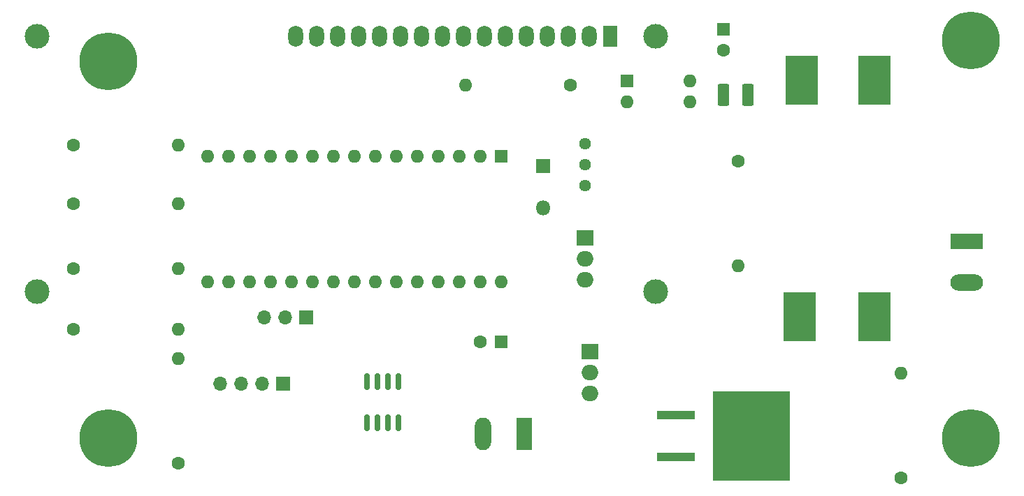
<source format=gbr>
%TF.GenerationSoftware,KiCad,Pcbnew,(6.0.5)*%
%TF.CreationDate,2022-05-15T12:42:04+02:00*%
%TF.ProjectId,pid_controller,7069645f-636f-46e7-9472-6f6c6c65722e,1.0*%
%TF.SameCoordinates,Original*%
%TF.FileFunction,Soldermask,Bot*%
%TF.FilePolarity,Negative*%
%FSLAX46Y46*%
G04 Gerber Fmt 4.6, Leading zero omitted, Abs format (unit mm)*
G04 Created by KiCad (PCBNEW (6.0.5)) date 2022-05-15 12:42:04*
%MOMM*%
%LPD*%
G01*
G04 APERTURE LIST*
G04 Aperture macros list*
%AMRoundRect*
0 Rectangle with rounded corners*
0 $1 Rounding radius*
0 $2 $3 $4 $5 $6 $7 $8 $9 X,Y pos of 4 corners*
0 Add a 4 corners polygon primitive as box body*
4,1,4,$2,$3,$4,$5,$6,$7,$8,$9,$2,$3,0*
0 Add four circle primitives for the rounded corners*
1,1,$1+$1,$2,$3*
1,1,$1+$1,$4,$5*
1,1,$1+$1,$6,$7*
1,1,$1+$1,$8,$9*
0 Add four rect primitives between the rounded corners*
20,1,$1+$1,$2,$3,$4,$5,0*
20,1,$1+$1,$4,$5,$6,$7,0*
20,1,$1+$1,$6,$7,$8,$9,0*
20,1,$1+$1,$8,$9,$2,$3,0*%
G04 Aperture macros list end*
%ADD10R,1.700000X1.700000*%
%ADD11O,1.700000X1.700000*%
%ADD12C,1.440000*%
%ADD13R,1.600000X1.600000*%
%ADD14C,1.600000*%
%ADD15R,3.960000X1.980000*%
%ADD16O,3.960000X1.980000*%
%ADD17R,2.000000X1.905000*%
%ADD18O,2.000000X1.905000*%
%ADD19O,1.600000X1.600000*%
%ADD20C,7.000000*%
%ADD21R,1.800000X1.800000*%
%ADD22O,1.800000X1.800000*%
%ADD23R,1.980000X3.960000*%
%ADD24O,1.980000X3.960000*%
%ADD25RoundRect,0.150000X0.150000X-0.825000X0.150000X0.825000X-0.150000X0.825000X-0.150000X-0.825000X0*%
%ADD26R,4.600000X1.100000*%
%ADD27R,9.400000X10.800000*%
%ADD28R,3.900000X6.000000*%
%ADD29C,3.000000*%
%ADD30R,1.800000X2.600000*%
%ADD31O,1.800000X2.600000*%
%ADD32RoundRect,0.250001X0.462499X1.074999X-0.462499X1.074999X-0.462499X-1.074999X0.462499X-1.074999X0*%
G04 APERTURE END LIST*
D10*
%TO.C,J4*%
X109728000Y-102616000D03*
D11*
X107188000Y-102616000D03*
X104648000Y-102616000D03*
X102108000Y-102616000D03*
%TD*%
D12*
%TO.C,RV1*%
X146277018Y-73504991D03*
X146277018Y-76044991D03*
X146277018Y-78584991D03*
%TD*%
D13*
%TO.C,C1*%
X136144000Y-97536000D03*
D14*
X133644000Y-97536000D03*
%TD*%
D15*
%TO.C,J1*%
X192532000Y-85344000D03*
D16*
X192532000Y-90344000D03*
%TD*%
D17*
%TO.C,U1*%
X146277018Y-84963000D03*
D18*
X146277018Y-87503000D03*
X146277018Y-90043000D03*
%TD*%
D14*
%TO.C,R14*%
X84328000Y-96012000D03*
D19*
X97028000Y-96012000D03*
%TD*%
D14*
%TO.C,R2*%
X164896800Y-75641200D03*
D19*
X164896800Y-88341200D03*
%TD*%
D20*
%TO.C,Hole3*%
X193040000Y-109220000D03*
%TD*%
D21*
%TO.C,D1*%
X141224000Y-76200000D03*
D22*
X141224000Y-81280000D03*
%TD*%
D13*
%TO.C,C2*%
X163068000Y-59639200D03*
D14*
X163068000Y-62139200D03*
%TD*%
D20*
%TO.C,Hole2*%
X88540000Y-109220000D03*
%TD*%
%TO.C,Hole4*%
X193040000Y-60960000D03*
%TD*%
D13*
%TO.C,A1*%
X136117018Y-75028991D03*
D19*
X133577018Y-75028991D03*
X131037018Y-75028991D03*
X128497018Y-75028991D03*
X125957018Y-75028991D03*
X123417018Y-75028991D03*
X120877018Y-75028991D03*
X118337018Y-75028991D03*
X115797018Y-75028991D03*
X113257018Y-75028991D03*
X110717018Y-75028991D03*
X108177018Y-75028991D03*
X105637018Y-75028991D03*
X103097018Y-75028991D03*
X100557018Y-75028991D03*
X100557018Y-90268991D03*
X103097018Y-90268991D03*
X105637018Y-90268991D03*
X108177018Y-90268991D03*
X110717018Y-90268991D03*
X113257018Y-90268991D03*
X115797018Y-90268991D03*
X118337018Y-90268991D03*
X120877018Y-90268991D03*
X123417018Y-90268991D03*
X125957018Y-90268991D03*
X128497018Y-90268991D03*
X131037018Y-90268991D03*
X133577018Y-90268991D03*
X136117018Y-90268991D03*
%TD*%
D10*
%TO.C,U2*%
X112495018Y-94586991D03*
D11*
X109955018Y-94586991D03*
X107415018Y-94586991D03*
%TD*%
D13*
%TO.C,U5*%
X151434800Y-65887600D03*
D19*
X151434800Y-68427600D03*
X159054800Y-68427600D03*
X159054800Y-65887600D03*
%TD*%
D14*
%TO.C,R4*%
X184556400Y-114046000D03*
D19*
X184556400Y-101346000D03*
%TD*%
D14*
%TO.C,R10*%
X84328000Y-73660000D03*
D19*
X97028000Y-73660000D03*
%TD*%
D17*
%TO.C,Q1*%
X146913600Y-98755200D03*
D18*
X146913600Y-101295200D03*
X146913600Y-103835200D03*
%TD*%
D14*
%TO.C,R6*%
X144576800Y-66446400D03*
D19*
X131876800Y-66446400D03*
%TD*%
D20*
%TO.C,Hole1*%
X88540000Y-63500000D03*
%TD*%
D14*
%TO.C,R16*%
X84328000Y-88646000D03*
D19*
X97028000Y-88646000D03*
%TD*%
D14*
%TO.C,R12*%
X97078800Y-112268000D03*
D19*
X97078800Y-99568000D03*
%TD*%
D14*
%TO.C,R8*%
X84328000Y-80772000D03*
D19*
X97028000Y-80772000D03*
%TD*%
D23*
%TO.C,J2*%
X138938000Y-108712000D03*
D24*
X133938000Y-108712000D03*
%TD*%
D25*
%TO.C,U4*%
X123698000Y-107377000D03*
X122428000Y-107377000D03*
X121158000Y-107377000D03*
X119888000Y-107377000D03*
X119888000Y-102427000D03*
X121158000Y-102427000D03*
X122428000Y-102427000D03*
X123698000Y-102427000D03*
%TD*%
D26*
%TO.C,Q2*%
X157343800Y-111556800D03*
D27*
X166493800Y-109016800D03*
D26*
X157343800Y-106476800D03*
%TD*%
D28*
%TO.C,U3*%
X181347600Y-94518000D03*
X172313600Y-94518000D03*
X181347600Y-65786000D03*
X172567600Y-65786000D03*
%TD*%
D29*
%TO.C,DS1*%
X154901900Y-91503500D03*
X154901900Y-60502800D03*
X79902800Y-60502800D03*
X79903320Y-91503500D03*
D30*
X149402800Y-60502800D03*
D31*
X146862800Y-60502800D03*
X144322800Y-60502800D03*
X141782800Y-60502800D03*
X139242800Y-60502800D03*
X136702800Y-60502800D03*
X134162800Y-60502800D03*
X131622800Y-60502800D03*
X129082800Y-60502800D03*
X126542800Y-60502800D03*
X124002800Y-60502800D03*
X121462800Y-60502800D03*
X118922800Y-60502800D03*
X116382800Y-60502800D03*
X113842800Y-60502800D03*
X111302800Y-60502800D03*
%TD*%
D32*
%TO.C,R17*%
X166079500Y-67564000D03*
X163104500Y-67564000D03*
%TD*%
M02*

</source>
